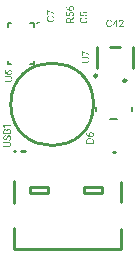
<source format=gto>
G04*
G04 #@! TF.GenerationSoftware,Altium Limited,Altium Designer,21.9.1 (22)*
G04*
G04 Layer_Color=65535*
%FSLAX25Y25*%
%MOIN*%
G70*
G04*
G04 #@! TF.SameCoordinates,9576BD0E-73BF-4861-8540-BB655C5FDD5B*
G04*
G04*
G04 #@! TF.FilePolarity,Positive*
G04*
G01*
G75*
%ADD10C,0.00984*%
%ADD11C,0.00591*%
%ADD12C,0.01000*%
%ADD13C,0.00787*%
G36*
X360416Y345207D02*
X360160D01*
Y346037D01*
X360416D01*
Y345207D01*
D02*
G37*
G36*
X339880Y315387D02*
X337777D01*
X338010Y314750D01*
X337723D01*
X337385Y315654D01*
Y315705D01*
X339880D01*
Y315387D01*
D02*
G37*
G36*
X339220Y314261D02*
X339248Y314257D01*
X339282Y314253D01*
X339356Y314238D01*
X339442Y314211D01*
X339527Y314172D01*
X339570Y314149D01*
X339612Y314122D01*
X339651Y314087D01*
X339690Y314048D01*
X339694Y314044D01*
X339698Y314036D01*
X339705Y314025D01*
X339721Y314009D01*
X339733Y313986D01*
X339748Y313959D01*
X339768Y313928D01*
X339783Y313893D01*
X339802Y313850D01*
X339818Y313807D01*
X339837Y313757D01*
X339849Y313703D01*
X339861Y313640D01*
X339872Y313578D01*
X339876Y313512D01*
X339880Y313439D01*
Y312577D01*
X337397D01*
Y313427D01*
X337401Y313454D01*
Y313489D01*
X337405Y313528D01*
X337412Y313571D01*
X337416Y313617D01*
X337439Y313714D01*
X337471Y313815D01*
X337509Y313908D01*
X337537Y313955D01*
X337567Y313994D01*
Y313997D01*
X337575Y314001D01*
X337583Y314013D01*
X337598Y314025D01*
X337637Y314059D01*
X337692Y314098D01*
X337761Y314133D01*
X337847Y314168D01*
X337944Y314191D01*
X338002Y314195D01*
X338060Y314199D01*
X338068D01*
X338091D01*
X338122Y314195D01*
X338165Y314188D01*
X338212Y314176D01*
X338266Y314157D01*
X338316Y314133D01*
X338371Y314098D01*
X338374Y314094D01*
X338394Y314079D01*
X338417Y314059D01*
X338444Y314029D01*
X338479Y313990D01*
X338514Y313943D01*
X338545Y313893D01*
X338576Y313831D01*
Y313835D01*
X338580Y313838D01*
X338584Y313850D01*
X338588Y313865D01*
X338603Y313900D01*
X338627Y313947D01*
X338654Y313997D01*
X338693Y314052D01*
X338739Y314102D01*
X338794Y314149D01*
X338801Y314153D01*
X338821Y314168D01*
X338856Y314188D01*
X338898Y314207D01*
X338953Y314230D01*
X339015Y314246D01*
X339089Y314261D01*
X339166Y314265D01*
X339170D01*
X339182D01*
X339197D01*
X339220Y314261D01*
D02*
G37*
G36*
X339302Y312154D02*
X339325Y312151D01*
X339356Y312147D01*
X339426Y312127D01*
X339504Y312100D01*
X339542Y312081D01*
X339585Y312057D01*
X339624Y312030D01*
X339663Y311999D01*
X339702Y311964D01*
X339736Y311922D01*
Y311918D01*
X339744Y311910D01*
X339752Y311898D01*
X339764Y311879D01*
X339779Y311856D01*
X339795Y311825D01*
X339810Y311794D01*
X339826Y311755D01*
X339841Y311712D01*
X339857Y311666D01*
X339872Y311611D01*
X339888Y311557D01*
X339899Y311495D01*
X339907Y311433D01*
X339911Y311363D01*
X339915Y311293D01*
Y311250D01*
X339911Y311227D01*
Y311200D01*
X339903Y311138D01*
X339892Y311064D01*
X339872Y310983D01*
X339849Y310901D01*
X339818Y310816D01*
Y310812D01*
X339814Y310808D01*
X339806Y310796D01*
X339798Y310781D01*
X339779Y310738D01*
X339748Y310692D01*
X339709Y310633D01*
X339663Y310579D01*
X339612Y310525D01*
X339550Y310474D01*
X339546D01*
X339542Y310471D01*
X339519Y310455D01*
X339484Y310436D01*
X339438Y310416D01*
X339380Y310393D01*
X339314Y310373D01*
X339240Y310358D01*
X339162Y310354D01*
Y310684D01*
X339166D01*
X339174D01*
X339186D01*
X339201Y310688D01*
X339240Y310692D01*
X339290Y310703D01*
X339348Y310723D01*
X339407Y310754D01*
X339465Y310793D01*
X339519Y310847D01*
Y310851D01*
X339523Y310855D01*
X339539Y310878D01*
X339558Y310913D01*
X339581Y310967D01*
X339608Y311029D01*
X339628Y311107D01*
X339643Y311192D01*
X339647Y311293D01*
Y311336D01*
X339643Y311382D01*
X339636Y311440D01*
X339620Y311503D01*
X339604Y311569D01*
X339577Y311634D01*
X339542Y311689D01*
X339539Y311697D01*
X339523Y311712D01*
X339500Y311732D01*
X339469Y311759D01*
X339426Y311786D01*
X339376Y311805D01*
X339321Y311821D01*
X339255Y311828D01*
X339251D01*
X339248D01*
X339224D01*
X339193Y311821D01*
X339151Y311813D01*
X339104Y311797D01*
X339057Y311774D01*
X339015Y311743D01*
X338972Y311701D01*
X338968Y311693D01*
X338957Y311677D01*
X338933Y311642D01*
X338922Y311619D01*
X338910Y311596D01*
X338895Y311565D01*
X338879Y311530D01*
X338863Y311491D01*
X338844Y311448D01*
X338828Y311402D01*
X338809Y311351D01*
X338794Y311297D01*
X338774Y311235D01*
Y311231D01*
X338770Y311215D01*
X338763Y311196D01*
X338751Y311165D01*
X338739Y311130D01*
X338728Y311091D01*
X338712Y311049D01*
X338693Y311002D01*
X338650Y310901D01*
X338600Y310800D01*
X338541Y310703D01*
X338510Y310661D01*
X338479Y310622D01*
X338475Y310618D01*
X338472Y310614D01*
X338460Y310606D01*
X338448Y310591D01*
X338409Y310564D01*
X338359Y310529D01*
X338293Y310494D01*
X338219Y310463D01*
X338134Y310439D01*
X338087Y310436D01*
X338041Y310432D01*
X338037D01*
X338029D01*
X338014D01*
X337990Y310436D01*
X337967Y310439D01*
X337936Y310443D01*
X337870Y310463D01*
X337792Y310490D01*
X337754Y310509D01*
X337711Y310529D01*
X337672Y310556D01*
X337630Y310587D01*
X337591Y310622D01*
X337556Y310665D01*
X337552Y310668D01*
X337548Y310676D01*
X337537Y310688D01*
X337525Y310707D01*
X337509Y310731D01*
X337494Y310758D01*
X337478Y310793D01*
X337459Y310831D01*
X337439Y310870D01*
X337424Y310917D01*
X337408Y310967D01*
X337393Y311021D01*
X337370Y311142D01*
X337366Y311204D01*
X337362Y311274D01*
Y311316D01*
X337366Y311340D01*
Y311367D01*
X337373Y311429D01*
X337385Y311499D01*
X337405Y311576D01*
X337428Y311654D01*
X337463Y311732D01*
Y311735D01*
X337467Y311739D01*
X337482Y311766D01*
X337502Y311801D01*
X337533Y311848D01*
X337571Y311894D01*
X337618Y311949D01*
X337672Y311999D01*
X337734Y312042D01*
X337742Y312046D01*
X337765Y312057D01*
X337800Y312077D01*
X337847Y312096D01*
X337905Y312116D01*
X337967Y312135D01*
X338041Y312147D01*
X338115Y312151D01*
Y311825D01*
X338111D01*
X338103D01*
X338091D01*
X338076Y311821D01*
X338037Y311817D01*
X337986Y311805D01*
X337928Y311790D01*
X337870Y311763D01*
X337812Y311728D01*
X337761Y311681D01*
X337758Y311673D01*
X337742Y311654D01*
X337719Y311623D01*
X337696Y311576D01*
X337672Y311518D01*
X337649Y311448D01*
X337633Y311367D01*
X337630Y311274D01*
Y311235D01*
X337633Y311192D01*
X337641Y311138D01*
X337657Y311076D01*
X337676Y311014D01*
X337703Y310952D01*
X337738Y310897D01*
X337742Y310893D01*
X337758Y310878D01*
X337781Y310855D01*
X337816Y310831D01*
X337859Y310804D01*
X337909Y310785D01*
X337971Y310769D01*
X338037Y310761D01*
X338045D01*
X338060Y310765D01*
X338091Y310769D01*
X338126Y310777D01*
X338165Y310793D01*
X338208Y310816D01*
X338250Y310847D01*
X338293Y310890D01*
X338297Y310897D01*
X338313Y310917D01*
X338332Y310948D01*
X338355Y310994D01*
X338386Y311056D01*
X338417Y311130D01*
X338437Y311173D01*
X338452Y311219D01*
X338472Y311274D01*
X338487Y311328D01*
Y311332D01*
X338491Y311344D01*
X338495Y311359D01*
X338503Y311378D01*
X338510Y311406D01*
X338518Y311437D01*
X338541Y311507D01*
X338572Y311584D01*
X338603Y311666D01*
X338638Y311743D01*
X338677Y311813D01*
Y311817D01*
X338681Y311821D01*
X338697Y311840D01*
X338716Y311871D01*
X338747Y311910D01*
X338782Y311953D01*
X338825Y311995D01*
X338871Y312038D01*
X338922Y312073D01*
X338929Y312077D01*
X338945Y312085D01*
X338976Y312100D01*
X339015Y312116D01*
X339065Y312131D01*
X339120Y312147D01*
X339182Y312154D01*
X339251Y312158D01*
X339255D01*
X339263D01*
X339279D01*
X339302Y312154D01*
D02*
G37*
G36*
X339147Y309982D02*
X339178Y309978D01*
X339213Y309974D01*
X339248Y309966D01*
X339290Y309958D01*
X339383Y309931D01*
X339430Y309916D01*
X339476Y309892D01*
X339527Y309865D01*
X339574Y309838D01*
X339620Y309803D01*
X339663Y309764D01*
X339667Y309760D01*
X339670Y309753D01*
X339682Y309741D01*
X339698Y309726D01*
X339713Y309702D01*
X339733Y309675D01*
X339756Y309644D01*
X339775Y309609D01*
X339798Y309570D01*
X339822Y309524D01*
X339841Y309473D01*
X339861Y309423D01*
X339876Y309365D01*
X339892Y309303D01*
X339903Y309241D01*
X339911Y309171D01*
X339915Y309085D01*
Y309047D01*
X339911Y309019D01*
X339907Y308984D01*
X339903Y308942D01*
X339896Y308899D01*
X339888Y308853D01*
X339861Y308748D01*
X339822Y308639D01*
X339798Y308585D01*
X339768Y308530D01*
X339736Y308480D01*
X339698Y308434D01*
X339694Y308430D01*
X339686Y308422D01*
X339674Y308410D01*
X339659Y308395D01*
X339636Y308379D01*
X339608Y308356D01*
X339574Y308336D01*
X339539Y308313D01*
X339500Y308290D01*
X339453Y308267D01*
X339403Y308247D01*
X339348Y308228D01*
X339290Y308212D01*
X339228Y308201D01*
X339162Y308193D01*
X339092Y308189D01*
X337397D01*
Y308515D01*
X339081D01*
X339085D01*
X339092D01*
X339108D01*
X339123Y308519D01*
X339147D01*
X339174Y308523D01*
X339236Y308534D01*
X339302Y308550D01*
X339372Y308577D01*
X339438Y308612D01*
X339500Y308662D01*
X339508Y308670D01*
X339523Y308690D01*
X339546Y308724D01*
X339574Y308771D01*
X339601Y308829D01*
X339624Y308903D01*
X339639Y308988D01*
X339647Y309085D01*
Y309113D01*
X339643Y309132D01*
Y309155D01*
X339639Y309182D01*
X339628Y309244D01*
X339612Y309314D01*
X339585Y309384D01*
X339550Y309450D01*
X339500Y309512D01*
X339492Y309520D01*
X339473Y309535D01*
X339438Y309559D01*
X339391Y309586D01*
X339333Y309613D01*
X339263Y309636D01*
X339178Y309652D01*
X339085Y309660D01*
X337397D01*
Y309985D01*
X339089D01*
X339092D01*
X339104D01*
X339123D01*
X339147Y309982D01*
D02*
G37*
G36*
X366763Y313167D02*
X366798Y313163D01*
X366833Y313160D01*
X366876Y313156D01*
X366922Y313144D01*
X367019Y313121D01*
X367120Y313082D01*
X367171Y313059D01*
X367221Y313032D01*
X367268Y313001D01*
X367314Y312962D01*
X367318Y312958D01*
X367326Y312954D01*
X367334Y312938D01*
X367349Y312923D01*
X367369Y312904D01*
X367388Y312876D01*
X367407Y312849D01*
X367427Y312814D01*
X367450Y312775D01*
X367469Y312733D01*
X367489Y312686D01*
X367508Y312640D01*
X367524Y312585D01*
X367531Y312527D01*
X367539Y312465D01*
X367543Y312403D01*
Y312368D01*
X367539Y312345D01*
X367535Y312314D01*
X367528Y312279D01*
X367520Y312240D01*
X367508Y312197D01*
X367497Y312151D01*
X367477Y312104D01*
X367454Y312058D01*
X367427Y312007D01*
X367396Y311961D01*
X367361Y311914D01*
X367318Y311868D01*
X367272Y311825D01*
X367268Y311821D01*
X367260Y311817D01*
X367244Y311806D01*
X367221Y311790D01*
X367194Y311774D01*
X367163Y311755D01*
X367124Y311736D01*
X367081Y311716D01*
X367031Y311693D01*
X366977Y311674D01*
X366918Y311654D01*
X366856Y311639D01*
X366790Y311623D01*
X366721Y311612D01*
X366643Y311608D01*
X366565Y311604D01*
X366445D01*
X366441D01*
X366437D01*
X366414D01*
X366379Y311608D01*
X366333D01*
X366274Y311612D01*
X366208Y311619D01*
X366135Y311627D01*
X366057Y311639D01*
X365972Y311654D01*
X365886Y311674D01*
X365801Y311697D01*
X365712Y311728D01*
X365626Y311759D01*
X365545Y311798D01*
X365467Y311844D01*
X365398Y311895D01*
X365394Y311899D01*
X365382Y311910D01*
X365363Y311926D01*
X365339Y311949D01*
X365312Y311980D01*
X365281Y312019D01*
X365250Y312062D01*
X365215Y312112D01*
X365180Y312170D01*
X365149Y312236D01*
X365118Y312306D01*
X365087Y312384D01*
X365064Y312469D01*
X365044Y312562D01*
X365033Y312659D01*
X365025Y312764D01*
Y312822D01*
X365293D01*
Y312748D01*
X365297Y312729D01*
Y312702D01*
X365300Y312671D01*
X365308Y312636D01*
X365312Y312597D01*
X365324Y312550D01*
X365351Y312457D01*
X365390Y312360D01*
X365413Y312310D01*
X365444Y312263D01*
X365475Y312217D01*
X365514Y312174D01*
X365518Y312170D01*
X365526Y312166D01*
X365537Y312155D01*
X365553Y312139D01*
X365576Y312124D01*
X365603Y312104D01*
X365634Y312085D01*
X365669Y312062D01*
X365708Y312038D01*
X365751Y312019D01*
X365801Y311996D01*
X365855Y311976D01*
X365910Y311961D01*
X365972Y311945D01*
X366038Y311934D01*
X366108Y311926D01*
X366104Y311930D01*
X366096Y311934D01*
X366088Y311945D01*
X366073Y311961D01*
X366057Y311980D01*
X366038Y312003D01*
X366014Y312035D01*
X365995Y312066D01*
X365976Y312100D01*
X365952Y312143D01*
X365917Y312232D01*
X365902Y312287D01*
X365890Y312341D01*
X365886Y312399D01*
X365882Y312461D01*
Y312492D01*
X365886Y312516D01*
X365890Y312543D01*
X365894Y312574D01*
X365910Y312648D01*
X365937Y312729D01*
X365956Y312772D01*
X365980Y312814D01*
X366007Y312857D01*
X366034Y312900D01*
X366073Y312938D01*
X366111Y312977D01*
X366115Y312981D01*
X366123Y312985D01*
X366135Y312997D01*
X366154Y313008D01*
X366174Y313024D01*
X366205Y313039D01*
X366236Y313055D01*
X366270Y313074D01*
X366313Y313094D01*
X366356Y313109D01*
X366406Y313125D01*
X366457Y313140D01*
X366573Y313163D01*
X366635Y313167D01*
X366701Y313171D01*
X366705D01*
X366717D01*
X366736D01*
X366763Y313167D01*
D02*
G37*
G36*
X366402Y311169D02*
X366434D01*
X366468Y311165D01*
X366507Y311161D01*
X366554Y311158D01*
X366647Y311138D01*
X366752Y311115D01*
X366856Y311084D01*
X366961Y311037D01*
X366965D01*
X366973Y311030D01*
X366984Y311022D01*
X367004Y311014D01*
X367027Y310999D01*
X367050Y310983D01*
X367112Y310936D01*
X367175Y310882D01*
X367244Y310816D01*
X367310Y310738D01*
X367369Y310649D01*
Y310645D01*
X367376Y310638D01*
X367380Y310622D01*
X367392Y310607D01*
X367400Y310579D01*
X367411Y310552D01*
X367427Y310517D01*
X367438Y310483D01*
X367450Y310440D01*
X367466Y310397D01*
X367485Y310296D01*
X367500Y310184D01*
X367508Y310063D01*
Y309377D01*
X365025D01*
Y310106D01*
X365029Y310129D01*
Y310156D01*
X365033Y310191D01*
X365037Y310230D01*
X365044Y310269D01*
X365060Y310358D01*
X365087Y310455D01*
X365122Y310552D01*
X365169Y310649D01*
Y310653D01*
X365176Y310661D01*
X365184Y310673D01*
X365196Y310692D01*
X365227Y310735D01*
X365273Y310789D01*
X365332Y310851D01*
X365401Y310917D01*
X365487Y310979D01*
X365580Y311033D01*
X365584D01*
X365592Y311041D01*
X365607Y311045D01*
X365626Y311057D01*
X365650Y311064D01*
X365681Y311076D01*
X365716Y311088D01*
X365755Y311103D01*
X365797Y311115D01*
X365844Y311126D01*
X365945Y311150D01*
X366061Y311165D01*
X366185Y311173D01*
X366344D01*
X366348D01*
X366360D01*
X366379D01*
X366402Y311169D01*
D02*
G37*
G36*
X364654Y353389D02*
X364689Y353385D01*
X364724Y353381D01*
X364767Y353377D01*
X364813Y353365D01*
X364911Y353342D01*
X365011Y353303D01*
X365058Y353280D01*
X365108Y353253D01*
X365155Y353222D01*
X365198Y353183D01*
X365201Y353179D01*
X365205Y353175D01*
X365217Y353164D01*
X365232Y353144D01*
X365248Y353125D01*
X365267Y353098D01*
X365287Y353071D01*
X365306Y353036D01*
X365326Y352997D01*
X365345Y352954D01*
X365365Y352904D01*
X365380Y352853D01*
X365395Y352799D01*
X365407Y352741D01*
X365411Y352675D01*
X365415Y352609D01*
Y352578D01*
X365411Y352555D01*
Y352527D01*
X365403Y352492D01*
X365392Y352419D01*
X365368Y352333D01*
X365337Y352244D01*
X365291Y352155D01*
X365264Y352108D01*
X365232Y352070D01*
X365229Y352066D01*
X365225Y352062D01*
X365213Y352050D01*
X365198Y352039D01*
X365182Y352019D01*
X365159Y352004D01*
X365132Y351984D01*
X365101Y351965D01*
X365031Y351922D01*
X364942Y351883D01*
X364841Y351852D01*
X364786Y351841D01*
X364728Y351833D01*
Y352132D01*
X364732D01*
X364736D01*
X364748Y352136D01*
X364763Y352139D01*
X364802Y352147D01*
X364848Y352163D01*
X364903Y352182D01*
X364957Y352209D01*
X365007Y352240D01*
X365054Y352283D01*
X365058Y352291D01*
X365070Y352306D01*
X365089Y352333D01*
X365105Y352372D01*
X365124Y352419D01*
X365143Y352473D01*
X365155Y352535D01*
X365159Y352609D01*
Y352628D01*
X365155Y352644D01*
X365151Y352683D01*
X365139Y352733D01*
X365124Y352787D01*
X365097Y352846D01*
X365062Y352900D01*
X365011Y352950D01*
X365004Y352954D01*
X364984Y352970D01*
X364949Y352989D01*
X364903Y353016D01*
X364844Y353040D01*
X364771Y353059D01*
X364689Y353075D01*
X364596Y353078D01*
X364592D01*
X364585D01*
X364573D01*
X364553Y353075D01*
X364507Y353071D01*
X364453Y353063D01*
X364387Y353044D01*
X364321Y353020D01*
X364255Y352989D01*
X364193Y352943D01*
X364185Y352935D01*
X364169Y352919D01*
X364146Y352888D01*
X364115Y352846D01*
X364088Y352795D01*
X364065Y352733D01*
X364049Y352663D01*
X364041Y352582D01*
Y352547D01*
X364045Y352512D01*
X364053Y352465D01*
X364065Y352411D01*
X364080Y352361D01*
X364104Y352306D01*
X364135Y352260D01*
X364200Y352174D01*
X364138Y351922D01*
X362897Y352050D01*
Y353319D01*
X363188D01*
Y352318D01*
X363867Y352240D01*
Y352244D01*
X363863Y352248D01*
X363855Y352260D01*
X363851Y352271D01*
X363832Y352310D01*
X363812Y352361D01*
X363793Y352423D01*
X363774Y352492D01*
X363762Y352570D01*
X363758Y352656D01*
Y352687D01*
X363762Y352710D01*
X363766Y352741D01*
X363770Y352772D01*
X363785Y352850D01*
X363812Y352935D01*
X363832Y352977D01*
X363851Y353024D01*
X363878Y353067D01*
X363910Y353109D01*
X363944Y353152D01*
X363983Y353191D01*
X363987Y353195D01*
X363995Y353199D01*
X364006Y353210D01*
X364026Y353222D01*
X364045Y353238D01*
X364076Y353253D01*
X364107Y353272D01*
X364142Y353292D01*
X364185Y353311D01*
X364231Y353331D01*
X364282Y353346D01*
X364336Y353362D01*
X364394Y353373D01*
X364457Y353385D01*
X364523Y353389D01*
X364592Y353393D01*
X364596D01*
X364608D01*
X364627D01*
X364654Y353389D01*
D02*
G37*
G36*
X364612Y351406D02*
X364635D01*
X364662Y351398D01*
X364693Y351395D01*
X364732Y351383D01*
X364775Y351371D01*
X364817Y351360D01*
X364914Y351321D01*
X365015Y351270D01*
X365066Y351239D01*
X365112Y351204D01*
X365159Y351162D01*
X365201Y351119D01*
X365205Y351115D01*
X365209Y351107D01*
X365221Y351096D01*
X365236Y351076D01*
X365252Y351049D01*
X365267Y351022D01*
X365287Y350987D01*
X365306Y350948D01*
X365330Y350902D01*
X365349Y350855D01*
X365365Y350801D01*
X365380Y350743D01*
X365395Y350681D01*
X365407Y350615D01*
X365411Y350545D01*
X365415Y350471D01*
Y350452D01*
X365411Y350428D01*
Y350397D01*
X365403Y350362D01*
X365399Y350316D01*
X365388Y350269D01*
X365376Y350219D01*
X365361Y350161D01*
X365337Y350106D01*
X365314Y350044D01*
X365283Y349986D01*
X365248Y349928D01*
X365205Y349870D01*
X365155Y349815D01*
X365101Y349765D01*
X365097Y349761D01*
X365085Y349753D01*
X365070Y349742D01*
X365042Y349722D01*
X365011Y349703D01*
X364973Y349683D01*
X364930Y349656D01*
X364876Y349633D01*
X364821Y349610D01*
X364755Y349586D01*
X364686Y349563D01*
X364612Y349544D01*
X364530Y349524D01*
X364445Y349513D01*
X364352Y349505D01*
X364255Y349501D01*
X364018D01*
X364014D01*
X364003D01*
X363983D01*
X363960Y349505D01*
X363929D01*
X363894Y349509D01*
X363855Y349513D01*
X363812Y349517D01*
X363719Y349532D01*
X363615Y349555D01*
X363510Y349583D01*
X363409Y349625D01*
X363405D01*
X363397Y349633D01*
X363382Y349637D01*
X363366Y349648D01*
X363343Y349660D01*
X363320Y349676D01*
X363258Y349714D01*
X363196Y349765D01*
X363126Y349827D01*
X363064Y349897D01*
X363005Y349974D01*
Y349978D01*
X362998Y349986D01*
X362994Y349998D01*
X362982Y350013D01*
X362970Y350037D01*
X362959Y350060D01*
X362947Y350091D01*
X362932Y350126D01*
X362908Y350199D01*
X362885Y350289D01*
X362870Y350390D01*
X362862Y350498D01*
Y350537D01*
X362866Y350564D01*
X362870Y350599D01*
X362874Y350638D01*
X362881Y350681D01*
X362889Y350727D01*
X362916Y350828D01*
X362932Y350878D01*
X362955Y350933D01*
X362982Y350983D01*
X363009Y351038D01*
X363044Y351084D01*
X363083Y351131D01*
X363087Y351134D01*
X363095Y351142D01*
X363106Y351154D01*
X363122Y351169D01*
X363145Y351189D01*
X363172Y351208D01*
X363207Y351232D01*
X363242Y351255D01*
X363285Y351282D01*
X363331Y351305D01*
X363382Y351328D01*
X363436Y351352D01*
X363494Y351371D01*
X363556Y351387D01*
X363626Y351402D01*
X363696Y351410D01*
Y351084D01*
X363692D01*
X363684Y351080D01*
X363669D01*
X363646Y351076D01*
X363622Y351069D01*
X363595Y351065D01*
X363529Y351045D01*
X363459Y351018D01*
X363390Y350987D01*
X363320Y350948D01*
X363293Y350925D01*
X363265Y350898D01*
X363258Y350890D01*
X363242Y350871D01*
X363223Y350840D01*
X363196Y350793D01*
X363172Y350739D01*
X363149Y350669D01*
X363134Y350587D01*
X363130Y350498D01*
Y350467D01*
X363134Y350448D01*
X363137Y350421D01*
X363141Y350390D01*
X363157Y350320D01*
X363188Y350238D01*
X363203Y350199D01*
X363227Y350157D01*
X363254Y350118D01*
X363285Y350079D01*
X363320Y350040D01*
X363362Y350005D01*
X363366D01*
X363374Y349998D01*
X363386Y349990D01*
X363405Y349978D01*
X363428Y349967D01*
X363459Y349951D01*
X363494Y349936D01*
X363533Y349920D01*
X363576Y349901D01*
X363626Y349885D01*
X363681Y349870D01*
X363739Y349858D01*
X363805Y349846D01*
X363875Y349839D01*
X363948Y349835D01*
X364026Y349831D01*
X364266D01*
X364270D01*
X364286D01*
X364305D01*
X364332Y349835D01*
X364367D01*
X364406Y349839D01*
X364449Y349846D01*
X364499Y349850D01*
X364600Y349873D01*
X364709Y349901D01*
X364813Y349943D01*
X364864Y349967D01*
X364911Y349998D01*
X364914Y350002D01*
X364922Y350005D01*
X364934Y350017D01*
X364945Y350029D01*
X364984Y350067D01*
X365027Y350122D01*
X365073Y350188D01*
X365108Y350269D01*
X365124Y350316D01*
X365136Y350362D01*
X365143Y350417D01*
X365147Y350471D01*
Y350498D01*
X365143Y350518D01*
Y350537D01*
X365139Y350564D01*
X365132Y350626D01*
X365116Y350692D01*
X365097Y350762D01*
X365066Y350828D01*
X365027Y350886D01*
X365019Y350894D01*
X365004Y350909D01*
X364973Y350937D01*
X364926Y350968D01*
X364868Y350999D01*
X364833Y351014D01*
X364794Y351034D01*
X364751Y351045D01*
X364701Y351061D01*
X364651Y351072D01*
X364596Y351084D01*
Y351410D01*
X364600D01*
X364612Y351406D01*
D02*
G37*
G36*
X354380Y352859D02*
Y352529D01*
X352157Y353553D01*
Y352207D01*
X351897D01*
Y353887D01*
X352075D01*
X354380Y352859D01*
D02*
G37*
G36*
X353612Y351912D02*
X353635D01*
X353662Y351904D01*
X353693Y351900D01*
X353732Y351889D01*
X353775Y351877D01*
X353817Y351865D01*
X353914Y351827D01*
X354015Y351776D01*
X354066Y351745D01*
X354112Y351710D01*
X354159Y351667D01*
X354202Y351625D01*
X354205Y351621D01*
X354209Y351613D01*
X354221Y351602D01*
X354236Y351582D01*
X354252Y351555D01*
X354268Y351528D01*
X354287Y351493D01*
X354306Y351454D01*
X354330Y351408D01*
X354349Y351361D01*
X354364Y351307D01*
X354380Y351249D01*
X354396Y351186D01*
X354407Y351120D01*
X354411Y351051D01*
X354415Y350977D01*
Y350957D01*
X354411Y350934D01*
Y350903D01*
X354403Y350868D01*
X354399Y350822D01*
X354388Y350775D01*
X354376Y350725D01*
X354361Y350666D01*
X354337Y350612D01*
X354314Y350550D01*
X354283Y350492D01*
X354248Y350434D01*
X354205Y350376D01*
X354155Y350321D01*
X354101Y350271D01*
X354097Y350267D01*
X354085Y350259D01*
X354070Y350247D01*
X354042Y350228D01*
X354011Y350209D01*
X353973Y350189D01*
X353930Y350162D01*
X353876Y350139D01*
X353821Y350115D01*
X353755Y350092D01*
X353685Y350069D01*
X353612Y350049D01*
X353530Y350030D01*
X353445Y350019D01*
X353352Y350011D01*
X353255Y350007D01*
X353018D01*
X353014D01*
X353003D01*
X352983D01*
X352960Y350011D01*
X352929D01*
X352894Y350015D01*
X352855Y350019D01*
X352813Y350022D01*
X352719Y350038D01*
X352615Y350061D01*
X352510Y350088D01*
X352409Y350131D01*
X352405D01*
X352397Y350139D01*
X352382Y350143D01*
X352366Y350154D01*
X352343Y350166D01*
X352320Y350182D01*
X352258Y350220D01*
X352196Y350271D01*
X352126Y350333D01*
X352064Y350403D01*
X352005Y350480D01*
Y350484D01*
X351998Y350492D01*
X351994Y350503D01*
X351982Y350519D01*
X351971Y350542D01*
X351959Y350566D01*
X351947Y350597D01*
X351932Y350631D01*
X351908Y350705D01*
X351885Y350795D01*
X351870Y350895D01*
X351862Y351004D01*
Y351043D01*
X351866Y351070D01*
X351870Y351105D01*
X351873Y351144D01*
X351881Y351186D01*
X351889Y351233D01*
X351916Y351334D01*
X351932Y351384D01*
X351955Y351439D01*
X351982Y351489D01*
X352009Y351543D01*
X352044Y351590D01*
X352083Y351637D01*
X352087Y351640D01*
X352095Y351648D01*
X352106Y351660D01*
X352122Y351675D01*
X352145Y351695D01*
X352172Y351714D01*
X352207Y351737D01*
X352242Y351761D01*
X352285Y351788D01*
X352331Y351811D01*
X352382Y351834D01*
X352436Y351858D01*
X352494Y351877D01*
X352556Y351892D01*
X352626Y351908D01*
X352696Y351916D01*
Y351590D01*
X352692D01*
X352684Y351586D01*
X352669D01*
X352646Y351582D01*
X352622Y351574D01*
X352595Y351571D01*
X352529Y351551D01*
X352459Y351524D01*
X352390Y351493D01*
X352320Y351454D01*
X352292Y351431D01*
X352265Y351404D01*
X352258Y351396D01*
X352242Y351377D01*
X352223Y351345D01*
X352196Y351299D01*
X352172Y351245D01*
X352149Y351175D01*
X352133Y351093D01*
X352130Y351004D01*
Y350973D01*
X352133Y350954D01*
X352137Y350926D01*
X352141Y350895D01*
X352157Y350826D01*
X352188Y350744D01*
X352203Y350705D01*
X352227Y350663D01*
X352254Y350624D01*
X352285Y350585D01*
X352320Y350546D01*
X352362Y350511D01*
X352366D01*
X352374Y350503D01*
X352386Y350496D01*
X352405Y350484D01*
X352428Y350472D01*
X352459Y350457D01*
X352494Y350441D01*
X352533Y350426D01*
X352576Y350407D01*
X352626Y350391D01*
X352680Y350376D01*
X352739Y350364D01*
X352805Y350352D01*
X352874Y350344D01*
X352948Y350341D01*
X353026Y350337D01*
X353266D01*
X353270D01*
X353286D01*
X353305D01*
X353332Y350341D01*
X353367D01*
X353406Y350344D01*
X353449Y350352D01*
X353499Y350356D01*
X353600Y350379D01*
X353709Y350407D01*
X353814Y350449D01*
X353864Y350472D01*
X353910Y350503D01*
X353914Y350507D01*
X353922Y350511D01*
X353934Y350523D01*
X353945Y350535D01*
X353984Y350573D01*
X354027Y350628D01*
X354074Y350694D01*
X354108Y350775D01*
X354124Y350822D01*
X354136Y350868D01*
X354143Y350922D01*
X354147Y350977D01*
Y351004D01*
X354143Y351023D01*
Y351043D01*
X354139Y351070D01*
X354132Y351132D01*
X354116Y351198D01*
X354097Y351268D01*
X354066Y351334D01*
X354027Y351392D01*
X354019Y351400D01*
X354004Y351415D01*
X353973Y351443D01*
X353926Y351473D01*
X353868Y351504D01*
X353833Y351520D01*
X353794Y351539D01*
X353751Y351551D01*
X353701Y351567D01*
X353651Y351578D01*
X353596Y351590D01*
Y351916D01*
X353600D01*
X353612Y351912D01*
D02*
G37*
G36*
X339637Y333868D02*
X339672Y333864D01*
X339707Y333860D01*
X339750Y333856D01*
X339796Y333844D01*
X339893Y333821D01*
X339994Y333782D01*
X340040Y333759D01*
X340091Y333732D01*
X340138Y333701D01*
X340180Y333662D01*
X340184Y333658D01*
X340188Y333654D01*
X340200Y333642D01*
X340215Y333623D01*
X340231Y333604D01*
X340250Y333576D01*
X340269Y333549D01*
X340289Y333514D01*
X340308Y333476D01*
X340328Y333433D01*
X340347Y333383D01*
X340363Y333332D01*
X340378Y333278D01*
X340390Y333220D01*
X340394Y333154D01*
X340397Y333088D01*
Y333056D01*
X340394Y333033D01*
Y333006D01*
X340386Y332971D01*
X340374Y332897D01*
X340351Y332812D01*
X340320Y332723D01*
X340273Y332634D01*
X340246Y332587D01*
X340215Y332548D01*
X340211Y332544D01*
X340207Y332540D01*
X340196Y332529D01*
X340180Y332517D01*
X340165Y332498D01*
X340141Y332482D01*
X340114Y332463D01*
X340083Y332443D01*
X340013Y332401D01*
X339924Y332362D01*
X339823Y332331D01*
X339769Y332319D01*
X339711Y332312D01*
Y332610D01*
X339715D01*
X339718D01*
X339730Y332614D01*
X339746Y332618D01*
X339784Y332626D01*
X339831Y332641D01*
X339885Y332661D01*
X339940Y332688D01*
X339990Y332719D01*
X340037Y332762D01*
X340040Y332769D01*
X340052Y332785D01*
X340072Y332812D01*
X340087Y332851D01*
X340106Y332897D01*
X340126Y332952D01*
X340138Y333014D01*
X340141Y333088D01*
Y333107D01*
X340138Y333122D01*
X340134Y333161D01*
X340122Y333212D01*
X340106Y333266D01*
X340079Y333324D01*
X340044Y333379D01*
X339994Y333429D01*
X339986Y333433D01*
X339967Y333448D01*
X339932Y333468D01*
X339885Y333495D01*
X339827Y333518D01*
X339753Y333538D01*
X339672Y333553D01*
X339579Y333557D01*
X339575D01*
X339567D01*
X339556D01*
X339536Y333553D01*
X339490Y333549D01*
X339435Y333541D01*
X339369Y333522D01*
X339303Y333499D01*
X339237Y333468D01*
X339175Y333421D01*
X339167Y333414D01*
X339152Y333398D01*
X339129Y333367D01*
X339098Y333324D01*
X339071Y333274D01*
X339047Y333212D01*
X339032Y333142D01*
X339024Y333060D01*
Y333026D01*
X339028Y332991D01*
X339036Y332944D01*
X339047Y332890D01*
X339063Y332839D01*
X339086Y332785D01*
X339117Y332738D01*
X339183Y332653D01*
X339121Y332401D01*
X337879Y332529D01*
Y333798D01*
X338170D01*
Y332797D01*
X338849Y332719D01*
Y332723D01*
X338845Y332727D01*
X338838Y332738D01*
X338834Y332750D01*
X338814Y332789D01*
X338795Y332839D01*
X338776Y332901D01*
X338756Y332971D01*
X338745Y333049D01*
X338741Y333134D01*
Y333165D01*
X338745Y333189D01*
X338749Y333220D01*
X338752Y333250D01*
X338768Y333328D01*
X338795Y333414D01*
X338814Y333456D01*
X338834Y333503D01*
X338861Y333545D01*
X338892Y333588D01*
X338927Y333631D01*
X338966Y333670D01*
X338970Y333674D01*
X338977Y333677D01*
X338989Y333689D01*
X339008Y333701D01*
X339028Y333716D01*
X339059Y333732D01*
X339090Y333751D01*
X339125Y333770D01*
X339167Y333790D01*
X339214Y333809D01*
X339264Y333825D01*
X339319Y333840D01*
X339377Y333852D01*
X339439Y333864D01*
X339505Y333868D01*
X339575Y333871D01*
X339579D01*
X339590D01*
X339610D01*
X339637Y333868D01*
D02*
G37*
G36*
X339629Y331815D02*
X339660Y331811D01*
X339695Y331807D01*
X339730Y331799D01*
X339773Y331792D01*
X339866Y331765D01*
X339912Y331749D01*
X339959Y331726D01*
X340009Y331698D01*
X340056Y331671D01*
X340103Y331637D01*
X340145Y331598D01*
X340149Y331594D01*
X340153Y331586D01*
X340165Y331574D01*
X340180Y331559D01*
X340196Y331536D01*
X340215Y331508D01*
X340238Y331477D01*
X340258Y331442D01*
X340281Y331404D01*
X340304Y331357D01*
X340324Y331307D01*
X340343Y331256D01*
X340359Y331198D01*
X340374Y331136D01*
X340386Y331074D01*
X340394Y331004D01*
X340397Y330919D01*
Y330880D01*
X340394Y330853D01*
X340390Y330818D01*
X340386Y330775D01*
X340378Y330732D01*
X340370Y330686D01*
X340343Y330581D01*
X340304Y330472D01*
X340281Y330418D01*
X340250Y330364D01*
X340219Y330313D01*
X340180Y330267D01*
X340176Y330263D01*
X340168Y330255D01*
X340157Y330243D01*
X340141Y330228D01*
X340118Y330212D01*
X340091Y330189D01*
X340056Y330170D01*
X340021Y330147D01*
X339982Y330123D01*
X339936Y330100D01*
X339885Y330081D01*
X339831Y330061D01*
X339773Y330046D01*
X339711Y330034D01*
X339645Y330026D01*
X339575Y330022D01*
X337879D01*
Y330348D01*
X339563D01*
X339567D01*
X339575D01*
X339590D01*
X339606Y330352D01*
X339629D01*
X339656Y330356D01*
X339718Y330368D01*
X339784Y330383D01*
X339854Y330410D01*
X339920Y330445D01*
X339982Y330496D01*
X339990Y330504D01*
X340006Y330523D01*
X340029Y330558D01*
X340056Y330604D01*
X340083Y330663D01*
X340106Y330736D01*
X340122Y330822D01*
X340130Y330919D01*
Y330946D01*
X340126Y330965D01*
Y330989D01*
X340122Y331016D01*
X340110Y331078D01*
X340095Y331148D01*
X340068Y331217D01*
X340033Y331283D01*
X339982Y331346D01*
X339974Y331353D01*
X339955Y331369D01*
X339920Y331392D01*
X339874Y331419D01*
X339815Y331446D01*
X339746Y331470D01*
X339660Y331485D01*
X339567Y331493D01*
X337879D01*
Y331819D01*
X339571D01*
X339575D01*
X339586D01*
X339606D01*
X339629Y331815D01*
D02*
G37*
G36*
X366044Y339215D02*
Y338885D01*
X363820Y339910D01*
Y338563D01*
X363560D01*
Y340243D01*
X363739D01*
X366044Y339215D01*
D02*
G37*
G36*
X365310Y338199D02*
X365341Y338195D01*
X365376Y338191D01*
X365411Y338183D01*
X365454Y338175D01*
X365547Y338148D01*
X365594Y338133D01*
X365640Y338109D01*
X365691Y338082D01*
X365737Y338055D01*
X365784Y338020D01*
X365826Y337981D01*
X365830Y337978D01*
X365834Y337970D01*
X365846Y337958D01*
X365861Y337943D01*
X365877Y337919D01*
X365896Y337892D01*
X365919Y337861D01*
X365939Y337826D01*
X365962Y337787D01*
X365985Y337741D01*
X366005Y337690D01*
X366024Y337640D01*
X366040Y337582D01*
X366055Y337520D01*
X366067Y337458D01*
X366075Y337388D01*
X366079Y337302D01*
Y337264D01*
X366075Y337236D01*
X366071Y337201D01*
X366067Y337159D01*
X366059Y337116D01*
X366051Y337070D01*
X366024Y336965D01*
X365985Y336856D01*
X365962Y336802D01*
X365931Y336748D01*
X365900Y336697D01*
X365861Y336651D01*
X365857Y336647D01*
X365850Y336639D01*
X365838Y336627D01*
X365823Y336612D01*
X365799Y336596D01*
X365772Y336573D01*
X365737Y336554D01*
X365702Y336530D01*
X365663Y336507D01*
X365617Y336484D01*
X365566Y336464D01*
X365512Y336445D01*
X365454Y336429D01*
X365392Y336418D01*
X365326Y336410D01*
X365256Y336406D01*
X363560D01*
Y336732D01*
X365244D01*
X365248D01*
X365256D01*
X365271D01*
X365287Y336736D01*
X365310D01*
X365337Y336740D01*
X365400Y336752D01*
X365465Y336767D01*
X365535Y336794D01*
X365601Y336829D01*
X365663Y336879D01*
X365671Y336887D01*
X365687Y336907D01*
X365710Y336942D01*
X365737Y336988D01*
X365764Y337046D01*
X365788Y337120D01*
X365803Y337205D01*
X365811Y337302D01*
Y337330D01*
X365807Y337349D01*
Y337372D01*
X365803Y337399D01*
X365791Y337461D01*
X365776Y337531D01*
X365749Y337601D01*
X365714Y337667D01*
X365663Y337729D01*
X365656Y337737D01*
X365636Y337753D01*
X365601Y337776D01*
X365555Y337803D01*
X365497Y337830D01*
X365427Y337853D01*
X365341Y337869D01*
X365248Y337877D01*
X363560D01*
Y338203D01*
X365252D01*
X365256D01*
X365268D01*
X365287D01*
X365310Y338199D01*
D02*
G37*
G36*
X372770Y350719D02*
X372805Y350716D01*
X372844Y350712D01*
X372887Y350704D01*
X372933Y350696D01*
X373034Y350669D01*
X373084Y350654D01*
X373139Y350630D01*
X373189Y350603D01*
X373243Y350576D01*
X373290Y350541D01*
X373337Y350502D01*
X373341Y350498D01*
X373348Y350491D01*
X373360Y350479D01*
X373376Y350463D01*
X373395Y350440D01*
X373414Y350413D01*
X373438Y350378D01*
X373461Y350343D01*
X373488Y350301D01*
X373511Y350254D01*
X373534Y350203D01*
X373558Y350149D01*
X373577Y350091D01*
X373593Y350029D01*
X373608Y349959D01*
X373616Y349889D01*
X373290D01*
Y349893D01*
X373286Y349901D01*
Y349916D01*
X373282Y349940D01*
X373275Y349963D01*
X373271Y349990D01*
X373251Y350056D01*
X373224Y350126D01*
X373193Y350196D01*
X373154Y350266D01*
X373131Y350293D01*
X373104Y350320D01*
X373096Y350328D01*
X373077Y350343D01*
X373046Y350362D01*
X372999Y350390D01*
X372945Y350413D01*
X372875Y350436D01*
X372794Y350452D01*
X372704Y350456D01*
X372673D01*
X372654Y350452D01*
X372627Y350448D01*
X372596Y350444D01*
X372526Y350429D01*
X372444Y350397D01*
X372406Y350382D01*
X372363Y350359D01*
X372324Y350331D01*
X372285Y350301D01*
X372246Y350266D01*
X372212Y350223D01*
Y350219D01*
X372204Y350211D01*
X372196Y350200D01*
X372184Y350180D01*
X372173Y350157D01*
X372157Y350126D01*
X372142Y350091D01*
X372126Y350052D01*
X372107Y350009D01*
X372091Y349959D01*
X372076Y349905D01*
X372064Y349847D01*
X372052Y349781D01*
X372045Y349711D01*
X372041Y349637D01*
X372037Y349559D01*
Y349319D01*
Y349315D01*
Y349299D01*
Y349280D01*
X372041Y349253D01*
Y349218D01*
X372045Y349179D01*
X372052Y349136D01*
X372056Y349086D01*
X372079Y348985D01*
X372107Y348877D01*
X372149Y348772D01*
X372173Y348721D01*
X372204Y348675D01*
X372208Y348671D01*
X372212Y348663D01*
X372223Y348652D01*
X372235Y348640D01*
X372273Y348601D01*
X372328Y348558D01*
X372394Y348512D01*
X372475Y348477D01*
X372522Y348461D01*
X372568Y348450D01*
X372623Y348442D01*
X372677Y348438D01*
X372704D01*
X372724Y348442D01*
X372743D01*
X372770Y348446D01*
X372832Y348454D01*
X372898Y348469D01*
X372968Y348488D01*
X373034Y348519D01*
X373092Y348558D01*
X373100Y348566D01*
X373115Y348582D01*
X373143Y348613D01*
X373174Y348659D01*
X373205Y348717D01*
X373220Y348752D01*
X373240Y348791D01*
X373251Y348834D01*
X373267Y348884D01*
X373278Y348935D01*
X373290Y348989D01*
X373616D01*
Y348985D01*
X373612Y348973D01*
Y348950D01*
X373604Y348923D01*
X373601Y348892D01*
X373589Y348853D01*
X373577Y348811D01*
X373566Y348768D01*
X373527Y348671D01*
X373476Y348570D01*
X373445Y348519D01*
X373410Y348473D01*
X373368Y348426D01*
X373325Y348384D01*
X373321Y348380D01*
X373313Y348376D01*
X373302Y348364D01*
X373282Y348349D01*
X373255Y348333D01*
X373228Y348318D01*
X373193Y348298D01*
X373154Y348279D01*
X373108Y348256D01*
X373061Y348236D01*
X373007Y348221D01*
X372949Y348205D01*
X372887Y348190D01*
X372821Y348178D01*
X372751Y348174D01*
X372677Y348170D01*
X372658D01*
X372634Y348174D01*
X372603D01*
X372568Y348182D01*
X372522Y348186D01*
X372475Y348198D01*
X372425Y348209D01*
X372367Y348225D01*
X372312Y348248D01*
X372250Y348271D01*
X372192Y348302D01*
X372134Y348337D01*
X372076Y348380D01*
X372021Y348430D01*
X371971Y348485D01*
X371967Y348488D01*
X371959Y348500D01*
X371948Y348516D01*
X371928Y348543D01*
X371909Y348574D01*
X371889Y348613D01*
X371862Y348655D01*
X371839Y348710D01*
X371816Y348764D01*
X371792Y348830D01*
X371769Y348900D01*
X371750Y348973D01*
X371730Y349055D01*
X371719Y349140D01*
X371711Y349233D01*
X371707Y349330D01*
Y349567D01*
Y349571D01*
Y349583D01*
Y349602D01*
X371711Y349625D01*
Y349656D01*
X371715Y349691D01*
X371719Y349730D01*
X371723Y349773D01*
X371738Y349866D01*
X371761Y349971D01*
X371789Y350075D01*
X371831Y350176D01*
Y350180D01*
X371839Y350188D01*
X371843Y350203D01*
X371854Y350219D01*
X371866Y350242D01*
X371882Y350266D01*
X371920Y350328D01*
X371971Y350390D01*
X372033Y350460D01*
X372103Y350522D01*
X372180Y350580D01*
X372184D01*
X372192Y350588D01*
X372204Y350591D01*
X372219Y350603D01*
X372242Y350615D01*
X372266Y350626D01*
X372297Y350638D01*
X372332Y350654D01*
X372406Y350677D01*
X372495Y350700D01*
X372596Y350716D01*
X372704Y350723D01*
X372743D01*
X372770Y350719D01*
D02*
G37*
G36*
X376767D02*
X376794D01*
X376829Y350716D01*
X376906Y350700D01*
X376992Y350681D01*
X377085Y350646D01*
X377170Y350603D01*
X377213Y350572D01*
X377252Y350541D01*
X377256Y350537D01*
X377259Y350533D01*
X377271Y350522D01*
X377283Y350506D01*
X377298Y350491D01*
X377314Y350467D01*
X377352Y350413D01*
X377391Y350343D01*
X377422Y350258D01*
X377446Y350165D01*
X377449Y350110D01*
X377453Y350056D01*
Y350052D01*
Y350041D01*
X377449Y350017D01*
X377446Y349990D01*
X377438Y349955D01*
X377430Y349912D01*
X377414Y349866D01*
X377395Y349808D01*
X377372Y349749D01*
X377341Y349680D01*
X377302Y349610D01*
X377256Y349532D01*
X377205Y349451D01*
X377143Y349365D01*
X377069Y349276D01*
X376988Y349183D01*
X376324Y348461D01*
X377570D01*
Y348205D01*
X375944D01*
Y348430D01*
X376801Y349385D01*
X376805Y349389D01*
X376809Y349396D01*
X376821Y349404D01*
X376833Y349420D01*
X376868Y349462D01*
X376906Y349509D01*
X376949Y349567D01*
X376992Y349625D01*
X377034Y349683D01*
X377065Y349738D01*
X377069Y349746D01*
X377077Y349761D01*
X377089Y349788D01*
X377104Y349823D01*
X377116Y349866D01*
X377127Y349912D01*
X377135Y349963D01*
X377139Y350017D01*
Y350021D01*
Y350025D01*
Y350048D01*
X377131Y350087D01*
X377123Y350130D01*
X377108Y350180D01*
X377089Y350235D01*
X377058Y350285D01*
X377019Y350335D01*
X377015Y350339D01*
X376999Y350355D01*
X376972Y350374D01*
X376937Y350401D01*
X376891Y350425D01*
X376840Y350444D01*
X376778Y350460D01*
X376708Y350463D01*
X376685D01*
X376670Y350460D01*
X376627Y350456D01*
X376573Y350448D01*
X376514Y350429D01*
X376452Y350405D01*
X376394Y350374D01*
X376340Y350328D01*
X376336Y350320D01*
X376320Y350304D01*
X376301Y350273D01*
X376278Y350231D01*
X376251Y350180D01*
X376231Y350114D01*
X376216Y350041D01*
X376212Y349955D01*
X375894D01*
Y349959D01*
Y349971D01*
Y349990D01*
X375898Y350013D01*
X375901Y350041D01*
X375905Y350075D01*
X375921Y350153D01*
X375948Y350242D01*
X375967Y350289D01*
X375987Y350335D01*
X376014Y350382D01*
X376041Y350425D01*
X376076Y350471D01*
X376115Y350510D01*
X376119Y350514D01*
X376126Y350518D01*
X376138Y350529D01*
X376153Y350545D01*
X376177Y350560D01*
X376204Y350576D01*
X376235Y350595D01*
X376274Y350619D01*
X376313Y350638D01*
X376355Y350657D01*
X376406Y350673D01*
X376460Y350689D01*
X376514Y350704D01*
X376576Y350716D01*
X376639Y350719D01*
X376708Y350723D01*
X376743D01*
X376767Y350719D01*
D02*
G37*
G36*
X375315Y349039D02*
X375661D01*
Y348783D01*
X375315D01*
Y348205D01*
X374997D01*
Y348783D01*
X373868D01*
Y348966D01*
X374978Y350689D01*
X375315D01*
Y349039D01*
D02*
G37*
G36*
X360118Y355252D02*
X360153Y355248D01*
X360187Y355244D01*
X360230Y355241D01*
X360277Y355229D01*
X360374Y355205D01*
X360474Y355167D01*
X360525Y355143D01*
X360575Y355116D01*
X360622Y355085D01*
X360668Y355047D01*
X360672Y355043D01*
X360680Y355039D01*
X360688Y355023D01*
X360703Y355008D01*
X360723Y354988D01*
X360742Y354961D01*
X360762Y354934D01*
X360781Y354899D01*
X360804Y354860D01*
X360824Y354818D01*
X360843Y354771D01*
X360862Y354724D01*
X360878Y354670D01*
X360886Y354612D01*
X360894Y354550D01*
X360897Y354488D01*
Y354453D01*
X360894Y354430D01*
X360890Y354398D01*
X360882Y354364D01*
X360874Y354325D01*
X360862Y354282D01*
X360851Y354236D01*
X360831Y354189D01*
X360808Y354142D01*
X360781Y354092D01*
X360750Y354045D01*
X360715Y353999D01*
X360672Y353952D01*
X360626Y353910D01*
X360622Y353906D01*
X360614Y353902D01*
X360599Y353890D01*
X360575Y353875D01*
X360548Y353859D01*
X360517Y353840D01*
X360478Y353820D01*
X360436Y353801D01*
X360385Y353778D01*
X360331Y353758D01*
X360273Y353739D01*
X360211Y353723D01*
X360145Y353708D01*
X360075Y353696D01*
X359997Y353692D01*
X359920Y353689D01*
X359799D01*
X359795D01*
X359792D01*
X359768D01*
X359733Y353692D01*
X359687D01*
X359629Y353696D01*
X359563Y353704D01*
X359489Y353712D01*
X359411Y353723D01*
X359326Y353739D01*
X359241Y353758D01*
X359155Y353782D01*
X359066Y353813D01*
X358981Y353844D01*
X358899Y353883D01*
X358822Y353929D01*
X358752Y353979D01*
X358748Y353983D01*
X358736Y353995D01*
X358717Y354011D01*
X358694Y354034D01*
X358666Y354065D01*
X358635Y354104D01*
X358604Y354146D01*
X358570Y354197D01*
X358535Y354255D01*
X358504Y354321D01*
X358472Y354391D01*
X358441Y354468D01*
X358418Y354554D01*
X358399Y354647D01*
X358387Y354744D01*
X358379Y354849D01*
Y354907D01*
X358647D01*
Y354833D01*
X358651Y354814D01*
Y354786D01*
X358655Y354755D01*
X358663Y354720D01*
X358666Y354682D01*
X358678Y354635D01*
X358705Y354542D01*
X358744Y354445D01*
X358767Y354395D01*
X358798Y354348D01*
X358829Y354302D01*
X358868Y354259D01*
X358872Y354255D01*
X358880Y354251D01*
X358892Y354239D01*
X358907Y354224D01*
X358930Y354208D01*
X358958Y354189D01*
X358988Y354170D01*
X359023Y354146D01*
X359062Y354123D01*
X359105Y354104D01*
X359155Y354080D01*
X359210Y354061D01*
X359264Y354045D01*
X359326Y354030D01*
X359392Y354018D01*
X359462Y354011D01*
X359458Y354014D01*
X359450Y354018D01*
X359442Y354030D01*
X359427Y354045D01*
X359411Y354065D01*
X359392Y354088D01*
X359369Y354119D01*
X359349Y354150D01*
X359330Y354185D01*
X359307Y354228D01*
X359272Y354317D01*
X359256Y354371D01*
X359245Y354426D01*
X359241Y354484D01*
X359237Y354546D01*
Y354577D01*
X359241Y354600D01*
X359245Y354627D01*
X359248Y354659D01*
X359264Y354732D01*
X359291Y354814D01*
X359311Y354856D01*
X359334Y354899D01*
X359361Y354942D01*
X359388Y354984D01*
X359427Y355023D01*
X359466Y355062D01*
X359470Y355066D01*
X359477Y355070D01*
X359489Y355081D01*
X359508Y355093D01*
X359528Y355108D01*
X359559Y355124D01*
X359590Y355140D01*
X359625Y355159D01*
X359667Y355178D01*
X359710Y355194D01*
X359761Y355209D01*
X359811Y355225D01*
X359927Y355248D01*
X359990Y355252D01*
X360055Y355256D01*
X360059D01*
X360071D01*
X360090D01*
X360118Y355252D01*
D02*
G37*
G36*
X360137Y353320D02*
X360172Y353316D01*
X360207Y353312D01*
X360249Y353308D01*
X360296Y353297D01*
X360393Y353273D01*
X360494Y353235D01*
X360541Y353211D01*
X360591Y353184D01*
X360637Y353153D01*
X360680Y353114D01*
X360684Y353110D01*
X360688Y353106D01*
X360700Y353095D01*
X360715Y353075D01*
X360731Y353056D01*
X360750Y353029D01*
X360769Y353002D01*
X360789Y352967D01*
X360808Y352928D01*
X360828Y352885D01*
X360847Y352835D01*
X360862Y352784D01*
X360878Y352730D01*
X360890Y352672D01*
X360894Y352606D01*
X360897Y352540D01*
Y352509D01*
X360894Y352486D01*
Y352459D01*
X360886Y352424D01*
X360874Y352350D01*
X360851Y352264D01*
X360820Y352175D01*
X360773Y352086D01*
X360746Y352040D01*
X360715Y352001D01*
X360711Y351997D01*
X360707Y351993D01*
X360696Y351981D01*
X360680Y351970D01*
X360665Y351950D01*
X360641Y351935D01*
X360614Y351915D01*
X360583Y351896D01*
X360513Y351853D01*
X360424Y351814D01*
X360323Y351783D01*
X360269Y351772D01*
X360211Y351764D01*
Y352063D01*
X360215D01*
X360218D01*
X360230Y352067D01*
X360246Y352070D01*
X360284Y352078D01*
X360331Y352094D01*
X360385Y352113D01*
X360440Y352140D01*
X360490Y352171D01*
X360537Y352214D01*
X360541Y352222D01*
X360552Y352237D01*
X360572Y352264D01*
X360587Y352303D01*
X360606Y352350D01*
X360626Y352404D01*
X360637Y352466D01*
X360641Y352540D01*
Y352559D01*
X360637Y352575D01*
X360634Y352614D01*
X360622Y352664D01*
X360606Y352718D01*
X360579Y352777D01*
X360544Y352831D01*
X360494Y352881D01*
X360486Y352885D01*
X360467Y352901D01*
X360432Y352920D01*
X360385Y352947D01*
X360327Y352971D01*
X360253Y352990D01*
X360172Y353006D01*
X360079Y353010D01*
X360075D01*
X360067D01*
X360055D01*
X360036Y353006D01*
X359990Y353002D01*
X359935Y352994D01*
X359869Y352975D01*
X359803Y352951D01*
X359737Y352920D01*
X359675Y352874D01*
X359667Y352866D01*
X359652Y352850D01*
X359629Y352819D01*
X359598Y352777D01*
X359571Y352726D01*
X359547Y352664D01*
X359532Y352594D01*
X359524Y352513D01*
Y352478D01*
X359528Y352443D01*
X359536Y352396D01*
X359547Y352342D01*
X359563Y352292D01*
X359586Y352237D01*
X359617Y352191D01*
X359683Y352105D01*
X359621Y351853D01*
X358379Y351981D01*
Y353250D01*
X358670D01*
Y352249D01*
X359349Y352171D01*
Y352175D01*
X359345Y352179D01*
X359338Y352191D01*
X359334Y352202D01*
X359314Y352241D01*
X359295Y352292D01*
X359276Y352354D01*
X359256Y352424D01*
X359245Y352501D01*
X359241Y352587D01*
Y352618D01*
X359245Y352641D01*
X359248Y352672D01*
X359252Y352703D01*
X359268Y352781D01*
X359295Y352866D01*
X359314Y352909D01*
X359334Y352955D01*
X359361Y352998D01*
X359392Y353041D01*
X359427Y353083D01*
X359466Y353122D01*
X359470Y353126D01*
X359477Y353130D01*
X359489Y353141D01*
X359508Y353153D01*
X359528Y353169D01*
X359559Y353184D01*
X359590Y353204D01*
X359625Y353223D01*
X359667Y353242D01*
X359714Y353262D01*
X359765Y353277D01*
X359819Y353293D01*
X359877Y353304D01*
X359939Y353316D01*
X360005Y353320D01*
X360075Y353324D01*
X360079D01*
X360090D01*
X360110D01*
X360137Y353320D01*
D02*
G37*
G36*
X360862Y351089D02*
X359858Y350550D01*
Y349968D01*
X360862D01*
Y349638D01*
X358379D01*
Y350499D01*
X358383Y350530D01*
Y350565D01*
X358391Y350604D01*
X358395Y350650D01*
X358403Y350697D01*
X358426Y350802D01*
X358461Y350910D01*
X358484Y350961D01*
X358507Y351011D01*
X358538Y351062D01*
X358573Y351104D01*
X358577Y351108D01*
X358581Y351116D01*
X358593Y351124D01*
X358608Y351139D01*
X358628Y351159D01*
X358651Y351178D01*
X358682Y351198D01*
X358713Y351221D01*
X358752Y351240D01*
X358791Y351260D01*
X358837Y351279D01*
X358888Y351298D01*
X358942Y351314D01*
X359000Y351322D01*
X359062Y351329D01*
X359128Y351333D01*
X359132D01*
X359140D01*
X359152D01*
X359167D01*
X359210Y351325D01*
X359268Y351318D01*
X359330Y351302D01*
X359400Y351279D01*
X359470Y351248D01*
X359536Y351205D01*
X359543Y351201D01*
X359563Y351182D01*
X359594Y351155D01*
X359633Y351116D01*
X359671Y351066D01*
X359714Y351007D01*
X359753Y350938D01*
X359788Y350856D01*
X360843Y351442D01*
X360862D01*
Y351089D01*
D02*
G37*
%LPC*%
G36*
X339170Y313935D02*
X339166D01*
X339151D01*
X339127Y313931D01*
X339100Y313928D01*
X339065Y313920D01*
X339030Y313908D01*
X338988Y313897D01*
X338945Y313873D01*
X338906Y313850D01*
X338863Y313819D01*
X338828Y313776D01*
X338794Y313730D01*
X338766Y313675D01*
X338743Y313609D01*
X338728Y313536D01*
X338724Y313450D01*
Y312903D01*
X339612D01*
Y313466D01*
X339608Y313481D01*
X339604Y313520D01*
X339597Y313575D01*
X339585Y313633D01*
X339562Y313691D01*
X339535Y313749D01*
X339496Y313803D01*
X339492Y313807D01*
X339473Y313823D01*
X339449Y313846D01*
X339410Y313869D01*
X339364Y313893D01*
X339310Y313916D01*
X339244Y313931D01*
X339170Y313935D01*
D02*
G37*
G36*
X338056Y313869D02*
X338053D01*
X338049D01*
X338021D01*
X337986Y313862D01*
X337944Y313854D01*
X337897Y313838D01*
X337847Y313819D01*
X337800Y313788D01*
X337761Y313749D01*
X337758Y313745D01*
X337746Y313726D01*
X337731Y313699D01*
X337711Y313660D01*
X337696Y313609D01*
X337680Y313547D01*
X337668Y313474D01*
X337665Y313388D01*
Y312903D01*
X338456D01*
Y313435D01*
X338452Y313474D01*
X338444Y313524D01*
X338429Y313578D01*
X338413Y313633D01*
X338386Y313691D01*
X338351Y313741D01*
X338347Y313745D01*
X338332Y313761D01*
X338309Y313780D01*
X338274Y313807D01*
X338231Y313831D01*
X338180Y313850D01*
X338122Y313865D01*
X338056Y313869D01*
D02*
G37*
G36*
X366717Y312857D02*
X366713D01*
X366705D01*
X366693D01*
X366674D01*
X366628Y312849D01*
X366569Y312842D01*
X366507Y312826D01*
X366437Y312807D01*
X366371Y312775D01*
X366309Y312733D01*
X366302Y312729D01*
X366286Y312710D01*
X366259Y312682D01*
X366228Y312648D01*
X366201Y312601D01*
X366174Y312547D01*
X366158Y312481D01*
X366150Y312407D01*
Y312380D01*
X366154Y312349D01*
X366162Y312310D01*
X366174Y312263D01*
X366193Y312213D01*
X366216Y312159D01*
X366247Y312108D01*
X366251Y312104D01*
X366263Y312085D01*
X366286Y312062D01*
X366313Y312035D01*
X366348Y312003D01*
X366391Y311972D01*
X366437Y311941D01*
X366488Y311918D01*
X366604D01*
X366608D01*
X366616D01*
X366631D01*
X366655Y311922D01*
X366682D01*
X366709Y311926D01*
X366779Y311934D01*
X366856Y311953D01*
X366938Y311976D01*
X367019Y312007D01*
X367093Y312054D01*
X367101Y312062D01*
X367120Y312081D01*
X367151Y312108D01*
X367182Y312151D01*
X367217Y312201D01*
X367248Y312260D01*
X367268Y312329D01*
X367272Y312364D01*
X367275Y312403D01*
Y312422D01*
X367272Y312438D01*
X367268Y312477D01*
X367256Y312523D01*
X367237Y312578D01*
X367213Y312636D01*
X367175Y312686D01*
X367124Y312737D01*
X367116Y312741D01*
X367097Y312756D01*
X367062Y312775D01*
X367016Y312799D01*
X366957Y312818D01*
X366887Y312838D01*
X366806Y312853D01*
X366717Y312857D01*
D02*
G37*
G36*
X366336Y310847D02*
X366189D01*
X366185D01*
X366170D01*
X366150D01*
X366119Y310843D01*
X366084Y310839D01*
X366042Y310836D01*
X365999Y310832D01*
X365949Y310824D01*
X365844Y310801D01*
X365735Y310766D01*
X365681Y310742D01*
X365626Y310715D01*
X365580Y310684D01*
X365533Y310649D01*
X365529Y310645D01*
X365522Y310642D01*
X365510Y310630D01*
X365494Y310614D01*
X365479Y310591D01*
X365460Y310568D01*
X365436Y310537D01*
X365413Y310506D01*
X365394Y310467D01*
X365370Y310424D01*
X365351Y310378D01*
X365332Y310327D01*
X365316Y310273D01*
X365304Y310215D01*
X365297Y310153D01*
X365293Y310087D01*
Y309703D01*
X367241D01*
Y310083D01*
X367237Y310110D01*
X367233Y310141D01*
X367229Y310180D01*
X367221Y310219D01*
X367210Y310261D01*
X367182Y310358D01*
X367163Y310405D01*
X367144Y310455D01*
X367116Y310502D01*
X367085Y310548D01*
X367050Y310591D01*
X367008Y310634D01*
X367004Y310638D01*
X366996Y310642D01*
X366984Y310653D01*
X366965Y310669D01*
X366938Y310684D01*
X366911Y310700D01*
X366876Y310719D01*
X366833Y310742D01*
X366790Y310762D01*
X366740Y310781D01*
X366686Y310797D01*
X366624Y310812D01*
X366562Y310828D01*
X366492Y310839D01*
X366414Y310843D01*
X366336Y310847D01*
D02*
G37*
G36*
X374997Y350254D02*
X374958Y350188D01*
X374225Y349039D01*
X374997D01*
Y350254D01*
D02*
G37*
G36*
X360071Y354942D02*
X360067D01*
X360059D01*
X360048D01*
X360028D01*
X359982Y354934D01*
X359924Y354926D01*
X359861Y354911D01*
X359792Y354891D01*
X359726Y354860D01*
X359664Y354818D01*
X359656Y354814D01*
X359640Y354794D01*
X359613Y354767D01*
X359582Y354732D01*
X359555Y354686D01*
X359528Y354631D01*
X359512Y354565D01*
X359505Y354492D01*
Y354465D01*
X359508Y354433D01*
X359516Y354395D01*
X359528Y354348D01*
X359547Y354298D01*
X359571Y354243D01*
X359601Y354193D01*
X359605Y354189D01*
X359617Y354170D01*
X359640Y354146D01*
X359667Y354119D01*
X359702Y354088D01*
X359745Y354057D01*
X359792Y354026D01*
X359842Y354003D01*
X359959D01*
X359962D01*
X359970D01*
X359986D01*
X360009Y354007D01*
X360036D01*
X360063Y354011D01*
X360133Y354018D01*
X360211Y354038D01*
X360292Y354061D01*
X360374Y354092D01*
X360447Y354138D01*
X360455Y354146D01*
X360474Y354166D01*
X360506Y354193D01*
X360537Y354236D01*
X360572Y354286D01*
X360603Y354344D01*
X360622Y354414D01*
X360626Y354449D01*
X360630Y354488D01*
Y354507D01*
X360626Y354523D01*
X360622Y354561D01*
X360610Y354608D01*
X360591Y354662D01*
X360568Y354720D01*
X360529Y354771D01*
X360478Y354821D01*
X360471Y354825D01*
X360451Y354841D01*
X360416Y354860D01*
X360370Y354884D01*
X360312Y354903D01*
X360242Y354922D01*
X360160Y354938D01*
X360071Y354942D01*
D02*
G37*
G36*
X359128Y351004D02*
X359124D01*
X359117D01*
X359105D01*
X359089Y351000D01*
X359047Y350996D01*
X358996Y350988D01*
X358938Y350969D01*
X358880Y350945D01*
X358825Y350910D01*
X358775Y350864D01*
X358771Y350856D01*
X358756Y350840D01*
X358736Y350806D01*
X358713Y350763D01*
X358690Y350709D01*
X358670Y350639D01*
X358655Y350561D01*
X358647Y350468D01*
Y349968D01*
X359590D01*
Y350495D01*
X359586Y350511D01*
X359582Y350557D01*
X359574Y350612D01*
X359559Y350674D01*
X359536Y350740D01*
X359508Y350802D01*
X359466Y350860D01*
X359458Y350868D01*
X359442Y350883D01*
X359415Y350906D01*
X359377Y350934D01*
X359326Y350957D01*
X359268Y350980D01*
X359202Y350996D01*
X359128Y351004D01*
D02*
G37*
%LPD*%
D10*
X378371Y330356D02*
G03*
X378371Y330356I-492J0D01*
G01*
D11*
X348638Y349506D02*
G03*
X348604Y349676I239J138D01*
G01*
D12*
X368638Y332006D02*
G03*
X368638Y332006I-500J0D01*
G01*
X367418Y322506D02*
G03*
X367418Y322506I-13780J0D01*
G01*
X364241Y292846D02*
Y294846D01*
Y292846D02*
X370241D01*
Y294846D01*
X364241D02*
X370241D01*
X346241Y292846D02*
Y294846D01*
Y292846D02*
X352241D01*
Y294846D01*
X346241D02*
X352241D01*
X373965Y306658D02*
X374447D01*
X376642Y289935D02*
Y296746D01*
X341052Y274138D02*
Y281274D01*
Y274138D02*
X376642D01*
Y281077D01*
X341052Y289738D02*
Y296943D01*
Y307051D02*
X341269D01*
X341052Y306982D02*
Y307051D01*
X343196D02*
X344438D01*
X380741Y334463D02*
Y341549D01*
X373063D02*
X376213D01*
X368536Y334463D02*
Y341549D01*
D13*
X380142Y320317D02*
Y321695D01*
X373056Y317561D02*
X375221D01*
X368134Y320317D02*
Y321695D01*
X346288Y335813D02*
X347469D01*
Y335813D02*
Y336994D01*
X347469Y348411D02*
Y349592D01*
X346288D02*
X347469D01*
X338808Y335813D02*
X339989D01*
X338808D02*
Y336994D01*
Y348411D02*
Y349592D01*
Y349592D02*
X339989D01*
M02*

</source>
